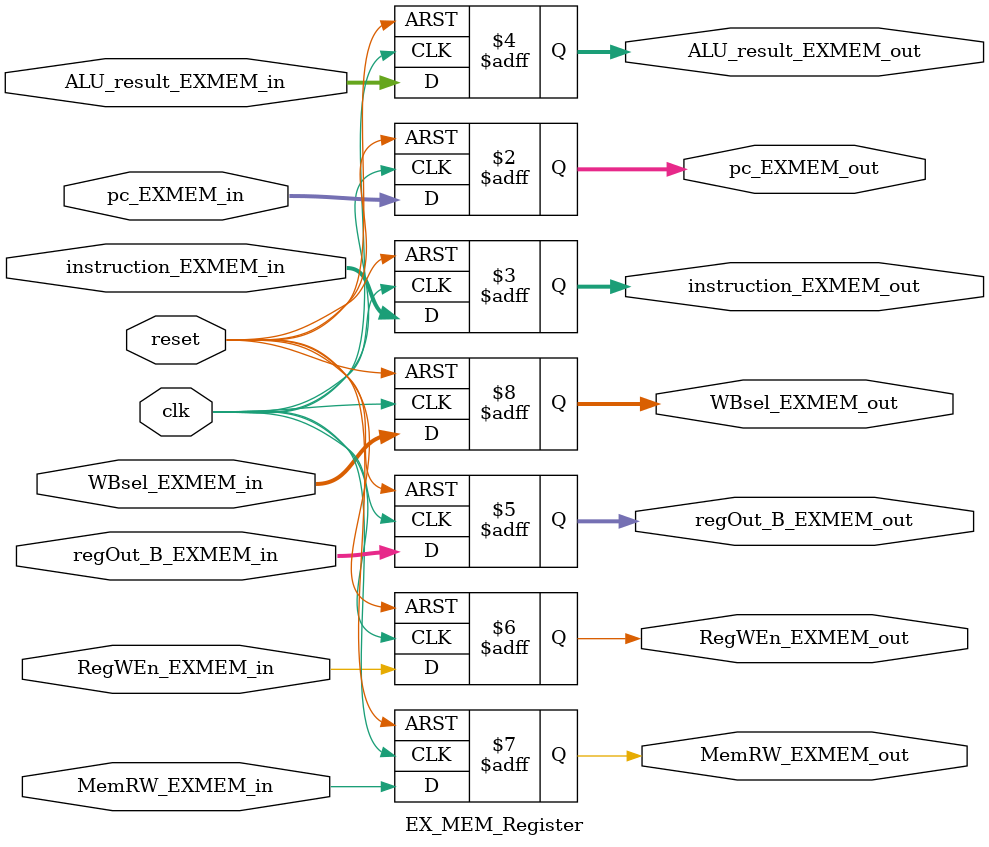
<source format=v>
module EX_MEM_Register (
    input wire clk,
    input wire reset,
    input wire [31:0] pc_EXMEM_in,
    input wire [31:0] instruction_EXMEM_in,
    input wire [31:0] regOut_B_EXMEM_in,
    input wire [31:0] ALU_result_EXMEM_in,
    input wire RegWEn_EXMEM_in,
    input wire MemRW_EXMEM_in,
    input wire [1:0] WBsel_EXMEM_in,
    output reg [31:0] pc_EXMEM_out,    
    output reg [31:0] instruction_EXMEM_out,   
    output reg [31:0] ALU_result_EXMEM_out,    
    output reg [31:0] regOut_B_EXMEM_out,    
    output reg RegWEn_EXMEM_out,    
    output reg MemRW_EXMEM_out,    
    output reg [1:0] WBsel_EXMEM_out
);
    
    // Register for EX/MEM stage
    always @(posedge clk or posedge reset) begin
        if (reset) begin
            pc_EXMEM_out <= 0;
            instruction_EXMEM_out <= 0;
            ALU_result_EXMEM_out <= 0;
            regOut_B_EXMEM_out <= 0;
            RegWEn_EXMEM_out <= 0;
            MemRW_EXMEM_out <= 0;
            WBsel_EXMEM_out <= 0;
        end else begin
            pc_EXMEM_out <= pc_EXMEM_in;
            instruction_EXMEM_out <= instruction_EXMEM_in;
            ALU_result_EXMEM_out <= ALU_result_EXMEM_in;
            regOut_B_EXMEM_out <= regOut_B_EXMEM_in;
            RegWEn_EXMEM_out <= RegWEn_EXMEM_in;
            MemRW_EXMEM_out <= MemRW_EXMEM_in;
            WBsel_EXMEM_out <= WBsel_EXMEM_in;
        end
    end

endmodule

</source>
